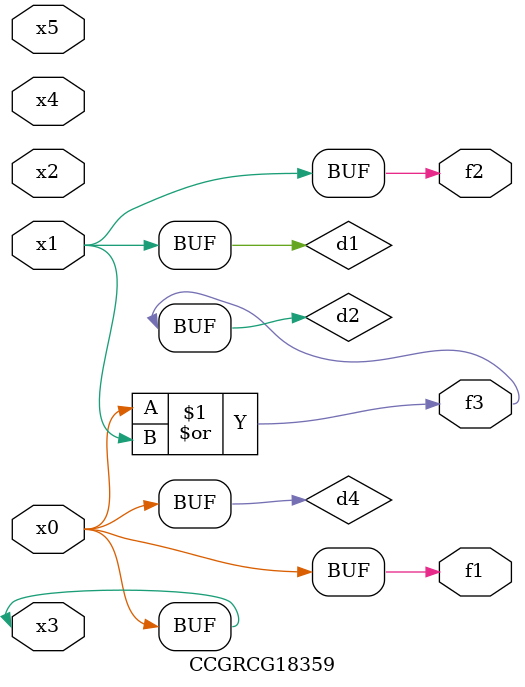
<source format=v>
module CCGRCG18359(
	input x0, x1, x2, x3, x4, x5,
	output f1, f2, f3
);

	wire d1, d2, d3, d4;

	and (d1, x1);
	or (d2, x0, x1);
	nand (d3, x0, x5);
	buf (d4, x0, x3);
	assign f1 = d4;
	assign f2 = d1;
	assign f3 = d2;
endmodule

</source>
